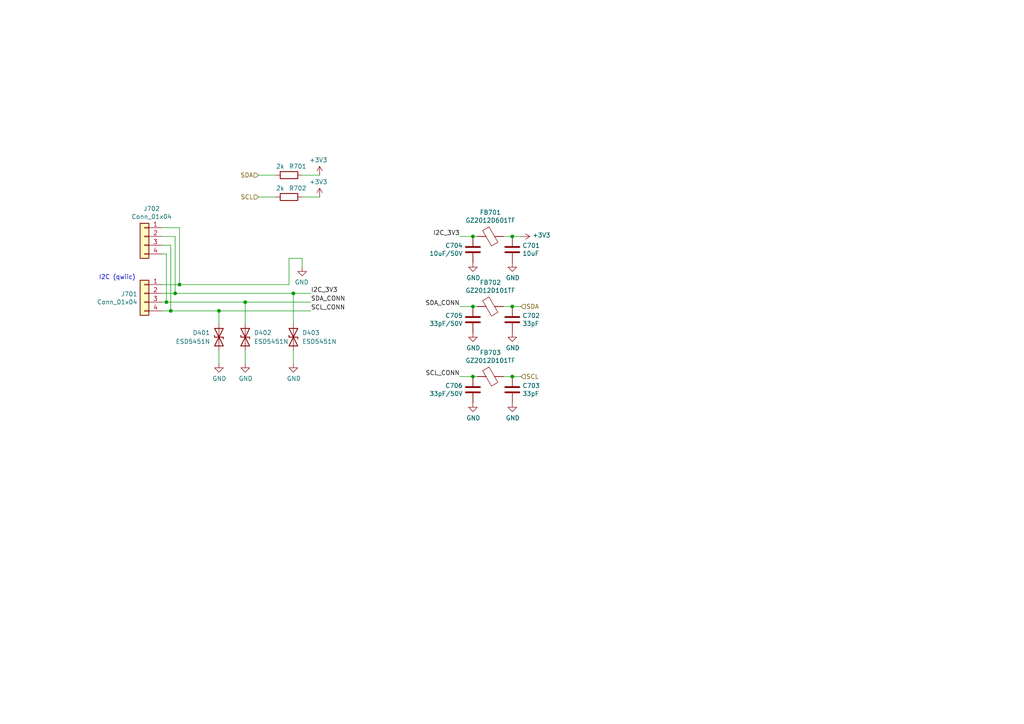
<source format=kicad_sch>
(kicad_sch (version 20231120) (generator "eeschema") (generator_version "8.0")
  (paper "A4")
  (title_block (title "SH-ESP32") (date "2024-06-27") (rev "2.1.0") (company "Hat Labs Oy") (comment 1 "https://creativecommons.org/licenses/by-sa/4.0") (comment 2 "To view a copy of this license, visit ") (comment 3 "SH-ESP32 is licensed under CC BY-SA 4.0."))
  (lib_symbols
    (symbol "Connector_Generic:Conn_01x04" (pin_names (offset 1.016) hide)
      (property "Reference" "J" (at 0 5.08 0))
      (property "Value" "Conn_01x04" (at 0 -7.62 0))
      (symbol "Conn_01x04_1_1"
        (rectangle (start -1.27 -4.953) (end 0 -5.207) (stroke (width 0.1524)))
        (rectangle (start -1.27 -2.413) (end 0 -2.667) (stroke (width 0.1524)))
        (rectangle (start -1.27 0.127) (end 0 -0.127) (stroke (width 0.1524)))
        (rectangle (start -1.27 2.667) (end 0 2.413) (stroke (width 0.1524)))
        (rectangle (start -1.27 3.81) (end 1.27 -6.35) (stroke (width 0.254)) (fill (type background)))
        (pin passive line (at -5.08 2.54 0) (length 3.81) (name "Pin_1") (number "1"))
        (pin passive line (at -5.08 0 0) (length 3.81) (name "Pin_2") (number "2"))
        (pin passive line (at -5.08 -2.54 0) (length 3.81) (name "Pin_3") (number "3"))
        (pin passive line (at -5.08 -5.08 0) (length 3.81) (name "Pin_4") (number "4"))
      )
    )
    (symbol "Device:C" (pin_numbers hide) (pin_names (offset 0.254))
      (property "Reference" "C" (at 0.635 2.54 0))
      (property "Value" "C" (at 0.635 -2.54 0))
      (symbol "C_0_1"
        (polyline (pts (xy -2.032 -0.762) (xy 2.032 -0.762)) (stroke (width 0.508)))
        (polyline (pts (xy -2.032 0.762) (xy 2.032 0.762)) (stroke (width 0.508)))
      )
      (symbol "C_1_1"
        (pin passive line (at 0 3.81 270) (length 2.794) (name "~") (number "1"))
        (pin passive line (at 0 -3.81 90) (length 2.794) (name "~") (number "2"))
      )
    )
    (symbol "Device:D_TVS" (pin_numbers hide) (pin_names (offset 1.016) hide)
      (property "Reference" "D" (at 0 2.54 0))
      (property "Value" "D_TVS" (at 0 -2.54 0))
      (symbol "D_TVS_0_1"
        (polyline (pts (xy 1.27 0) (xy -1.27 0)))
        (polyline (pts (xy 0.508 1.27) (xy 0 1.27) (xy 0 -1.27) (xy -0.508 -1.27)) (stroke (width 0.254)))
        (polyline (pts (xy -2.54 1.27) (xy -2.54 -1.27) (xy 2.54 1.27) (xy 2.54 -1.27) (xy -2.54 1.27)) (stroke (width 0.254)))
      )
      (symbol "D_TVS_1_1"
        (pin passive line (at -3.81 0 0) (length 2.54) (name "A1") (number "1"))
        (pin passive line (at 3.81 0 180) (length 2.54) (name "A2") (number "2"))
      )
    )
    (symbol "Device:FerriteBead" (pin_numbers hide) (pin_names (offset 0))
      (property "Reference" "FB" (at -3.81 0.635 90))
      (property "Value" "FerriteBead" (at 3.81 0 90))
      (symbol "FerriteBead_0_1"
        (polyline (pts (xy 0 -1.27) (xy 0 -1.2192)))
        (polyline (pts (xy 0 1.27) (xy 0 1.2954)))
        (polyline (pts (xy -2.7686 0.4064) (xy -1.7018 2.2606) (xy 2.7686 -0.3048) (xy 1.6764 -2.159) (xy -2.7686 0.4064)))
      )
      (symbol "FerriteBead_1_1"
        (pin passive line (at 0 3.81 270) (length 2.54) (name "~") (number "1"))
        (pin passive line (at 0 -3.81 90) (length 2.54) (name "~") (number "2"))
      )
    )
    (symbol "Device:R" (pin_numbers hide) (pin_names (offset 0))
      (property "Reference" "R" (at 2.032 0 90))
      (property "Value" "R" (at 0 0 90))
      (symbol "R_0_1"
        (rectangle (start -1.016 -2.54) (end 1.016 2.54) (stroke (width 0.254)))
      )
      (symbol "R_1_1"
        (pin passive line (at 0 3.81 270) (length 1.27) (name "~") (number "1"))
        (pin passive line (at 0 -3.81 90) (length 1.27) (name "~") (number "2"))
      )
    )
    (symbol "power:+3.3V" (power) (pin_names (offset 0))
      (property "Value" "+3.3V" (at 0 3.556 0))
      (symbol "+3.3V_0_1"
        (polyline (pts (xy -0.762 1.27) (xy 0 2.54)))
        (polyline (pts (xy 0 0) (xy 0 2.54)))
        (polyline (pts (xy 0 2.54) (xy 0.762 1.27)))
      )
      (symbol "+3.3V_1_1"
        (pin power_in line (at 0 0 90) (length 0) hide (name "+3V3") (number "1"))
      )
    )
    (symbol "power:GND" (power) (pin_names (offset 0))
      (property "Value" "GND" (at 0 -3.81 0))
      (symbol "GND_0_1"
        (polyline (pts (xy 0 0) (xy 0 -1.27) (xy 1.27 -1.27) (xy 0 -2.54) (xy -1.27 -1.27) (xy 0 -1.27)))
      )
      (symbol "GND_1_1"
        (pin power_in line (at 0 0 270) (length 0) hide (name "GND") (number "1"))
      )
    )
  )
  (junction (at 137.16 109.22))
  (junction (at 48.26 87.63))
  (junction (at 63.5 90.17))
  (junction (at 71.12 87.63))
  (junction (at 148.59 68.58))
  (junction (at 137.16 68.58))
  (junction (at 137.16 88.9))
  (junction (at 85.09 85.09))
  (junction (at 50.8 85.09))
  (junction (at 148.59 109.22))
  (junction (at 148.59 88.9))
  (junction (at 49.53 90.17))
  (junction (at 52.07 82.55))
  (wire (pts (xy 52.07 66.04) (xy 52.07 82.55)))
  (wire (pts (xy 85.09 85.09) (xy 90.17 85.09)))
  (wire (pts (xy 83.82 82.55) (xy 52.07 82.55)))
  (wire (pts (xy 46.99 68.58) (xy 50.8 68.58)))
  (wire (pts (xy 133.35 68.58) (xy 137.16 68.58)))
  (wire (pts (xy 63.5 101.6) (xy 63.5 105.41)))
  (wire (pts (xy 92.71 50.8) (xy 87.63 50.8)))
  (wire (pts (xy 148.59 68.58) (xy 151.13 68.58)))
  (wire (pts (xy 146.05 109.22) (xy 148.59 109.22)))
  (wire (pts (xy 50.8 85.09) (xy 46.99 85.09)))
  (wire (pts (xy 74.93 57.15) (xy 80.01 57.15)))
  (wire (pts (xy 146.05 68.58) (xy 148.59 68.58)))
  (wire (pts (xy 48.26 87.63) (xy 71.12 87.63)))
  (wire (pts (xy 46.99 87.63) (xy 48.26 87.63)))
  (wire (pts (xy 63.5 90.17) (xy 90.17 90.17)))
  (wire (pts (xy 71.12 105.41) (xy 71.12 101.6)))
  (wire (pts (xy 46.99 71.12) (xy 49.53 71.12)))
  (wire (pts (xy 74.93 50.8) (xy 80.01 50.8)))
  (wire (pts (xy 71.12 87.63) (xy 90.17 87.63)))
  (wire (pts (xy 133.35 109.22) (xy 137.16 109.22)))
  (wire (pts (xy 148.59 109.22) (xy 151.13 109.22)))
  (wire (pts (xy 137.16 109.22) (xy 138.43 109.22)))
  (wire (pts (xy 48.26 73.66) (xy 48.26 87.63)))
  (wire (pts (xy 133.35 88.9) (xy 137.16 88.9)))
  (wire (pts (xy 50.8 85.09) (xy 85.09 85.09)))
  (wire (pts (xy 137.16 88.9) (xy 138.43 88.9)))
  (wire (pts (xy 137.16 68.58) (xy 138.43 68.58)))
  (wire (pts (xy 83.82 74.93) (xy 87.63 74.93)))
  (wire (pts (xy 85.09 85.09) (xy 85.09 93.98)))
  (wire (pts (xy 71.12 93.98) (xy 71.12 87.63)))
  (wire (pts (xy 87.63 74.93) (xy 87.63 77.47)))
  (wire (pts (xy 46.99 73.66) (xy 48.26 73.66)))
  (wire (pts (xy 46.99 90.17) (xy 49.53 90.17)))
  (wire (pts (xy 85.09 105.41) (xy 85.09 101.6)))
  (wire (pts (xy 63.5 90.17) (xy 63.5 93.98)))
  (wire (pts (xy 49.53 71.12) (xy 49.53 90.17)))
  (wire (pts (xy 50.8 68.58) (xy 50.8 85.09)))
  (wire (pts (xy 49.53 90.17) (xy 63.5 90.17)))
  (wire (pts (xy 148.59 88.9) (xy 151.13 88.9)))
  (wire (pts (xy 46.99 66.04) (xy 52.07 66.04)))
  (wire (pts (xy 146.05 88.9) (xy 148.59 88.9)))
  (wire (pts (xy 52.07 82.55) (xy 46.99 82.55)))
  (wire (pts (xy 83.82 82.55) (xy 83.82 74.93)))
  (wire (pts (xy 92.71 57.15) (xy 87.63 57.15)))
  (text "I2C (qwiic)" (at 39.37 81.28 0) (effects (font (size 1.27 1.27)) (justify right bottom)))
  (label "SDA_CONN" (at 133.35 88.9 180))
  (label "I2C_3V3" (at 90.17 85.09 0))
  (label "SDA_CONN" (at 90.17 87.63 0))
  (label "SCL_CONN" (at 90.17 90.17 0))
  (label "I2C_3V3" (at 133.35 68.58 180))
  (label "SCL_CONN" (at 133.35 109.22 180))
  (hierarchical_label "SCL" (shape input) (at 74.93 57.15 180))
  (hierarchical_label "SDA" (shape input) (at 151.13 88.9 0))
  (hierarchical_label "SCL" (shape input) (at 151.13 109.22 0))
  (hierarchical_label "SDA" (shape input) (at 74.93 50.8 180))
  (symbol (lib_id "Connector_Generic:Conn_01x04") (at 41.91 68.58 0) (mirror y) (unit 1)
    (property "Reference" "J702" (at 43.9928 60.5282 0))
    (property "Value" "Conn_01x04" (at 43.9928 62.8396 0))
    (property "Footprint" "Connector_PinSocket_2.54mm:PinSocket_1x04_P2.54mm_Vertical" (effects (hide yes)))
    (property "LCSC" "C124413" (effects (hide yes)))
    (property "JLCPCB_CORRECTION" "0;3.81;90" (effects (hide yes)))
  )
  (symbol (lib_id "Connector_Generic:Conn_01x04") (at 41.91 85.09 0) (mirror y) (unit 1)
    (property "Reference" "J701" (at 39.878 85.2932 0) (effects (justify left)))
    (property "Value" "Conn_01x04" (at 39.878 87.6046 0) (effects (justify left)))
    (property "Footprint" "Connector_JST:JST_SH_BM04B-SRSS-TB_1x04-1MP_P1.00mm_Vertical" (effects (hide yes)))
    (property "LCSC" "C145961" (effects (hide yes)))
    (property "JLCPCB_CORRECTION" "0;0;180" (effects (hide yes)))
  )
  (symbol (lib_id "power:+3.3V") (at 151.13 68.58 270) (mirror x) (unit 1)
    (property "Reference" "#PWR0712" (effects (hide yes)))
    (property "Value" "+3V3" (at 154.3812 68.199 90) (effects (justify left)))
  )
  (symbol (lib_id "Device:C") (at 137.16 113.03 0) (mirror y) (unit 1)
    (property "Reference" "C706" (at 134.239 111.8616 0) (effects (justify left)))
    (property "Value" "33pF/50V" (at 134.239 114.173 0) (effects (justify left)))
    (property "Footprint" "Capacitor_SMD:C_0603_1608Metric" (effects (hide yes)))
    (property "LCSC" "C1663" (effects (hide yes)))
  )
  (symbol (lib_id "power:GND") (at 137.16 116.84 0) (unit 1)
    (property "Reference" "#PWR0711" (effects (hide yes)))
    (property "Value" "GND" (at 137.287 121.2342 0))
  )
  (symbol (lib_id "Device:C") (at 137.16 92.71 0) (mirror y) (unit 1)
    (property "Reference" "C705" (at 134.239 91.5416 0) (effects (justify left)))
    (property "Value" "33pF/50V" (at 134.239 93.853 0) (effects (justify left)))
    (property "Footprint" "Capacitor_SMD:C_0603_1608Metric" (effects (hide yes)))
    (property "LCSC" "C1663" (effects (hide yes)))
  )
  (symbol (lib_id "power:GND") (at 137.16 96.52 0) (unit 1)
    (property "Reference" "#PWR0710" (effects (hide yes)))
    (property "Value" "GND" (at 137.287 100.9142 0))
  )
  (symbol (lib_id "Device:C") (at 148.59 92.71 0) (unit 1)
    (property "Reference" "C702" (at 151.511 91.5416 0) (effects (justify left)))
    (property "Value" "33pF" (at 151.511 93.853 0) (effects (justify left)))
    (property "Footprint" "Capacitor_SMD:C_0402_1005Metric" (effects (hide yes)))
    (property "LCSC" "C1562" (effects (hide yes)))
  )
  (symbol (lib_id "Device:C") (at 148.59 113.03 0) (unit 1)
    (property "Reference" "C703" (at 151.511 111.8616 0) (effects (justify left)))
    (property "Value" "33pF" (at 151.511 114.173 0) (effects (justify left)))
    (property "Footprint" "Capacitor_SMD:C_0402_1005Metric" (effects (hide yes)))
    (property "LCSC" "C1562" (effects (hide yes)))
  )
  (symbol (lib_id "Device:C") (at 137.16 72.39 0) (mirror y) (unit 1)
    (property "Reference" "C704" (at 134.239 71.2216 0) (effects (justify left)))
    (property "Value" "10uF/50V" (at 134.239 73.533 0) (effects (justify left)))
    (property "Footprint" "Capacitor_SMD:C_1206_3216Metric" (effects (hide yes)))
    (property "LCSC" "C13585" (effects (hide yes)))
  )
  (symbol (lib_id "power:GND") (at 137.16 76.2 0) (unit 1)
    (property "Reference" "#PWR0709" (effects (hide yes)))
    (property "Value" "GND" (at 137.287 80.5942 0))
  )
  (symbol (lib_id "Device:C") (at 148.59 72.39 0) (unit 1)
    (property "Reference" "C701" (at 151.511 71.2216 0) (effects (justify left)))
    (property "Value" "10uF" (at 151.511 73.533 0) (effects (justify left)))
    (property "Footprint" "Capacitor_SMD:C_0402_1005Metric" (effects (hide yes)))
    (property "LCSC" "C15525" (effects (hide yes)))
  )
  (symbol (lib_id "Device:R") (at 83.82 50.8 90) (mirror x) (unit 1)
    (property "Reference" "R701" (at 86.36 48.26 90))
    (property "Value" "2k" (at 81.28 48.26 90))
    (property "Footprint" "Resistor_SMD:R_0402_1005Metric" (effects (hide yes)))
    (property "LCSC" "C4109" (effects (hide yes)))
  )
  (symbol (lib_id "power:+3.3V") (at 92.71 50.8 0) (mirror y) (unit 1)
    (property "Reference" "#PWR0704" (effects (hide yes)))
    (property "Value" "+3V3" (at 92.329 46.4058 0))
  )
  (symbol (lib_id "Device:R") (at 83.82 57.15 90) (mirror x) (unit 1)
    (property "Reference" "R702" (at 86.36 54.61 90))
    (property "Value" "2k" (at 81.28 54.61 90))
    (property "Footprint" "Resistor_SMD:R_0402_1005Metric" (effects (hide yes)))
    (property "LCSC" "C4109" (effects (hide yes)))
  )
  (symbol (lib_id "power:+3.3V") (at 92.71 57.15 0) (mirror y) (unit 1)
    (property "Reference" "#PWR0705" (effects (hide yes)))
    (property "Value" "+3V3" (at 92.329 52.7558 0))
  )
  (symbol (lib_id "Device:FerriteBead") (at 142.24 68.58 90) (mirror x) (unit 1)
    (property "Reference" "FB701" (at 142.24 61.6204 90))
    (property "Value" "GZ2012D601TF" (at 142.24 63.9318 90))
    (property "Footprint" "Inductor_SMD:L_0805_2012Metric" (effects (hide yes)))
    (property "LCSC" "C1017" (effects (hide yes)))
  )
  (symbol (lib_id "Device:FerriteBead") (at 142.24 109.22 90) (mirror x) (unit 1)
    (property "Reference" "FB703" (at 142.24 102.2604 90))
    (property "Value" "GZ2012D101TF" (at 142.24 104.5718 90))
    (property "Footprint" "Inductor_SMD:L_0805_2012Metric" (effects (hide yes)))
    (property "LCSC" "C1015" (effects (hide yes)))
  )
  (symbol (lib_id "Device:FerriteBead") (at 142.24 88.9 90) (mirror x) (unit 1)
    (property "Reference" "FB702" (at 142.24 81.9404 90))
    (property "Value" "GZ2012D101TF" (at 142.24 84.2518 90))
    (property "Footprint" "Inductor_SMD:L_0805_2012Metric" (effects (hide yes)))
    (property "LCSC" "C1015" (effects (hide yes)))
  )
  (symbol (lib_id "power:GND") (at 148.59 116.84 0) (unit 1)
    (property "Reference" "#PWR0708" (effects (hide yes)))
    (property "Value" "GND" (at 148.717 121.2342 0))
  )
  (symbol (lib_id "power:GND") (at 148.59 96.52 0) (unit 1)
    (property "Reference" "#PWR0707" (effects (hide yes)))
    (property "Value" "GND" (at 148.717 100.9142 0))
  )
  (symbol (lib_id "power:GND") (at 148.59 76.2 0) (unit 1)
    (property "Reference" "#PWR0706" (effects (hide yes)))
    (property "Value" "GND" (at 148.717 80.5942 0))
  )
  (symbol (lib_id "power:GND") (at 87.63 77.47 0) (mirror y) (unit 1)
    (property "Reference" "#PWR0701" (effects (hide yes)))
    (property "Value" "GND" (at 87.503 81.8642 0))
  )
  (symbol (lib_id "power:GND") (at 85.09 105.41 0) (unit 1)
    (property "Reference" "#PWR0409" (effects (hide yes)))
    (property "Value" "GND" (at 85.217 109.8042 0))
  )
  (symbol (lib_id "Device:D_TVS") (at 85.09 97.79 90) (unit 1)
    (property "Reference" "D403" (at 87.63 96.5199 90) (effects (justify right)))
    (property "Value" "ESD5451N" (at 87.63 99.0599 90) (effects (justify right)))
    (property "Footprint" "Diode_SMD:D_0402_1005Metric" (effects (hide yes)))
    (property "LCSC" "C2936977" (effects (hide yes)))
  )
  (symbol (lib_id "power:GND") (at 71.12 105.41 0) (unit 1)
    (property "Reference" "#PWR0403" (effects (hide yes)))
    (property "Value" "GND" (at 71.247 109.8042 0))
  )
  (symbol (lib_id "Device:D_TVS") (at 63.5 97.79 90) (unit 1)
    (property "Reference" "D401" (at 60.96 96.52 90) (effects (justify left)))
    (property "Value" "ESD5451N" (at 60.96 99.06 90) (effects (justify left)))
    (property "Footprint" "Diode_SMD:D_0402_1005Metric" (effects (hide yes)))
    (property "LCSC" "C2936977" (effects (hide yes)))
  )
  (symbol (lib_id "power:GND") (at 63.5 105.41 0) (unit 1)
    (property "Reference" "#PWR0401" (effects (hide yes)))
    (property "Value" "GND" (at 63.627 109.8042 0))
  )
  (symbol (lib_id "Device:D_TVS") (at 71.12 97.79 90) (unit 1)
    (property "Reference" "D402" (at 73.66 96.5199 90) (effects (justify right)))
    (property "Value" "ESD5451N" (at 73.66 99.0599 90) (effects (justify right)))
    (property "Footprint" "Diode_SMD:D_0402_1005Metric" (effects (hide yes)))
    (property "LCSC" "C2936977" (effects (hide yes)))
  )
)
</source>
